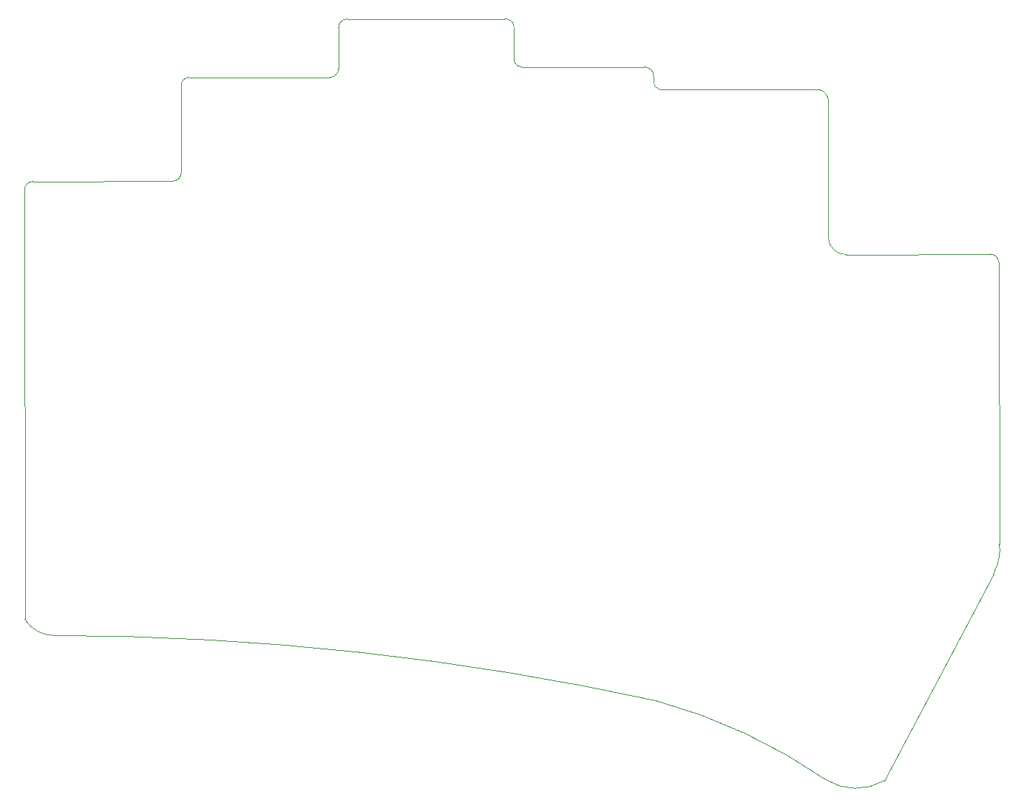
<source format=gbr>
%TF.GenerationSoftware,KiCad,Pcbnew,(6.0.7-1)-1*%
%TF.CreationDate,2022-09-01T14:34:03+02:00*%
%TF.ProjectId,sweep_no_curve,73776565-705f-46e6-9f5f-63757276652e,rev?*%
%TF.SameCoordinates,Original*%
%TF.FileFunction,Profile,NP*%
%FSLAX46Y46*%
G04 Gerber Fmt 4.6, Leading zero omitted, Abs format (unit mm)*
G04 Created by KiCad (PCBNEW (6.0.7-1)-1) date 2022-09-01 14:34:03*
%MOMM*%
%LPD*%
G01*
G04 APERTURE LIST*
%TA.AperFunction,Profile*%
%ADD10C,0.050000*%
%TD*%
G04 APERTURE END LIST*
D10*
X109099962Y-26899997D02*
G75*
G03*
X108000000Y-25500000I-1307662J104697D01*
G01*
X89800000Y-25500000D02*
X108000000Y-25500000D01*
X89100059Y-24600005D02*
G75*
G03*
X89800000Y-25500000I840641J-68395D01*
G01*
X89100000Y-24000000D02*
X89100000Y-24600000D01*
X89099999Y-24000000D02*
G75*
G03*
X88000000Y-22900000I-1075640J24360D01*
G01*
X74000000Y-22900000D02*
X88000000Y-22900000D01*
X73100000Y-22000000D02*
G75*
G03*
X74000000Y-22900000I900000J0D01*
G01*
X73099999Y-18500000D02*
X73100000Y-22000000D01*
X73099999Y-18500000D02*
G75*
G03*
X72000000Y-17400000I-952218J147782D01*
G01*
X54000000Y-17400000D02*
X72000000Y-17400000D01*
X54000000Y-17400001D02*
G75*
G03*
X53007107Y-18407107I14315J-1007106D01*
G01*
X53000000Y-23100000D02*
X53007107Y-18407107D01*
X52000000Y-24100000D02*
G75*
G03*
X53000000Y-23100000I0J1000000D01*
G01*
X35900000Y-24100000D02*
X52000000Y-24100000D01*
X35900000Y-24100000D02*
G75*
G03*
X35000000Y-25000000I0J-900000D01*
G01*
X35000000Y-35000000D02*
X35000000Y-25000000D01*
X34000000Y-36000000D02*
G75*
G03*
X35000000Y-35000000I0J1000000D01*
G01*
X18000000Y-36036503D02*
X34000000Y-36000000D01*
X18000000Y-36036503D02*
G75*
G03*
X17059801Y-36976702I0J-940199D01*
G01*
X128599999Y-45300000D02*
G75*
G03*
X127651023Y-44357684I-948976J-6684D01*
G01*
X17059801Y-36976702D02*
X17100000Y-86245024D01*
X108800000Y-104600000D02*
G75*
G03*
X89409134Y-95561946I-36194371J-52333625D01*
G01*
X109099979Y-42473290D02*
G75*
G03*
X111134979Y-44404208I1999998J69999D01*
G01*
X108800000Y-104600000D02*
G75*
G03*
X115490848Y-104718633I3443790J5488500D01*
G01*
X89409134Y-95561946D02*
G75*
G03*
X20768000Y-88081119I-69219164J-316475414D01*
G01*
X17100000Y-86245024D02*
G75*
G03*
X20768000Y-88081119I3381100J2172624D01*
G01*
X128600000Y-45300000D02*
X128700000Y-77600000D01*
X109099978Y-42473290D02*
X109100000Y-26900000D01*
X111134979Y-44404208D02*
X127651023Y-44357684D01*
X128000000Y-81000000D02*
X115490848Y-104718633D01*
X128000000Y-81000000D02*
G75*
G03*
X128700000Y-77600000I-5074689J2816848D01*
G01*
M02*

</source>
